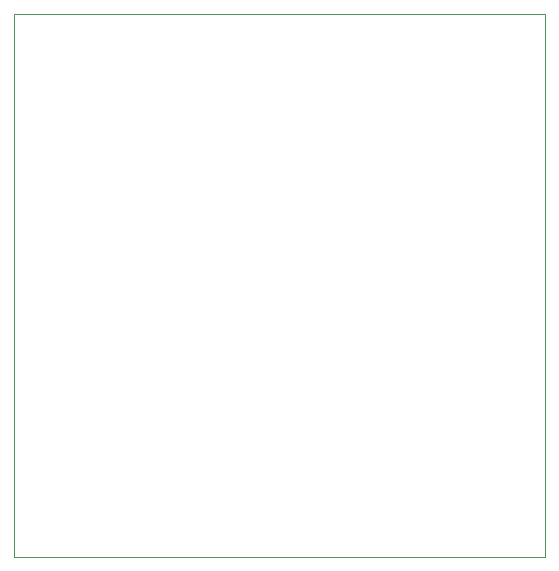
<source format=gbr>
G04 #@! TF.GenerationSoftware,KiCad,Pcbnew,(5.1.2-1)-1*
G04 #@! TF.CreationDate,2022-01-06T11:32:03-05:00*
G04 #@! TF.ProjectId,Basic VCA,42617369-6320-4564-9341-2e6b69636164,rev?*
G04 #@! TF.SameCoordinates,Original*
G04 #@! TF.FileFunction,Profile,NP*
%FSLAX46Y46*%
G04 Gerber Fmt 4.6, Leading zero omitted, Abs format (unit mm)*
G04 Created by KiCad (PCBNEW (5.1.2-1)-1) date 2022-01-06 11:32:03*
%MOMM*%
%LPD*%
G04 APERTURE LIST*
%ADD10C,0.050000*%
G04 APERTURE END LIST*
D10*
X57000000Y-12000000D02*
X12000000Y-12000000D01*
X57000000Y-58000000D02*
X57000000Y-12000000D01*
X12000000Y-58000000D02*
X57000000Y-58000000D01*
X12000000Y-12000000D02*
X12000000Y-58000000D01*
M02*

</source>
